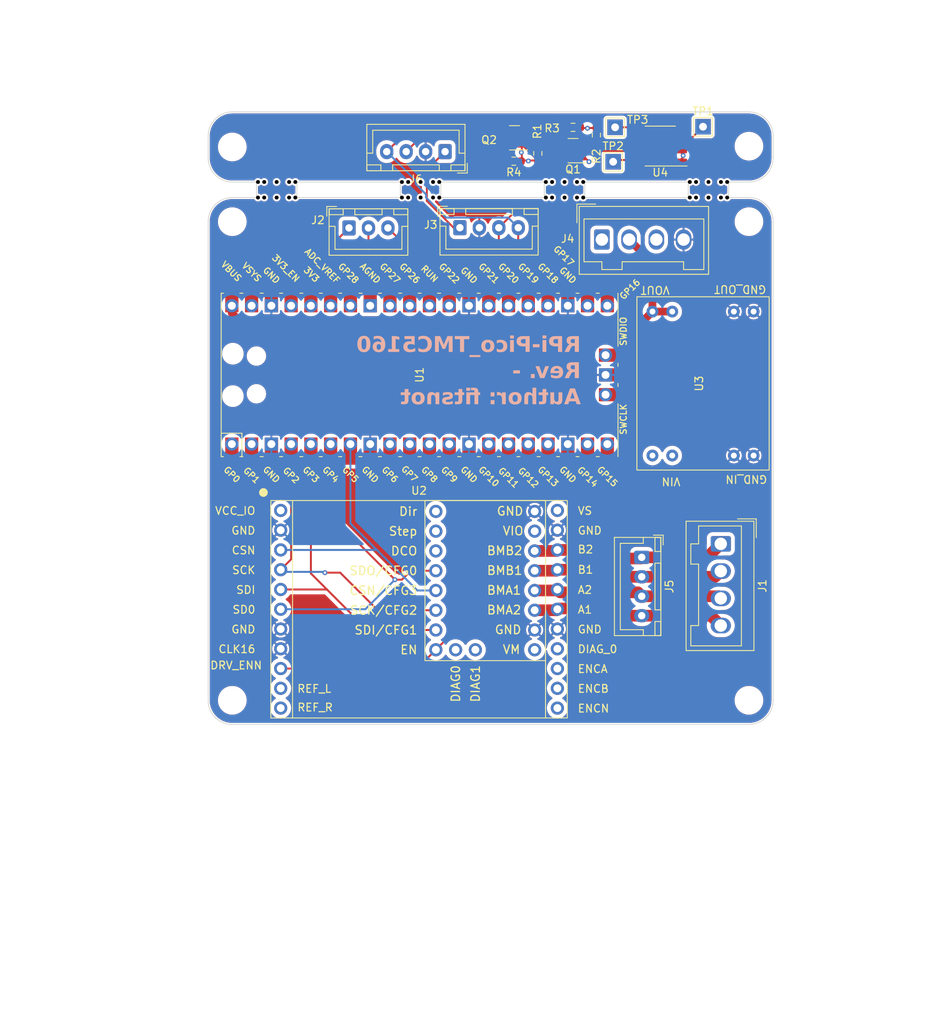
<source format=kicad_pcb>
(kicad_pcb (version 20221018) (generator pcbnew)
  (layers (0 "F.Cu" signal) (1 "In1.Cu" signal) (2 "In2.Cu" signal) (31 "B.Cu" signal) (34 "B.Paste" user) (35 "F.Paste" user) (36 "B.SilkS" user "B.Silkscreen") (37 "F.SilkS" user "F.Silkscreen") (38 "B.Mask" user) (39 "F.Mask" user) (44 "Edge.Cuts" user))
  (net 0 "")
  (net 1 "/M_B2")
  (net 2 "/M_B1")
  (net 3 "/M_A2")
  (net 4 "/M_A1")
  (net 5 "/A0")
  (net 6 "VDDA")
  (net 7 "GNDA")
  (net 8 "GND")
  (net 9 "/SCL_0")
  (net 10 "/SDA_0")
  (net 11 "+24V")
  (net 12 "+5V")
  (net 13 "+3V3")
  (net 16 "/SCK")
  (net 17 "/SDI")
  (net 18 "/SDO")
  (net 19 "/CSN")
  (net 25 "/DRV_ENN")
  (net 48 "Net-(Q1-S)")
  (net 49 "Net-(Q2-S)")
  (net 50 "Net-(U4-OUT)")
  (net 51 "Net-(U4-DIR)")
  (net 52 "Net-(U4-PGO)")
  (footprint "Connector_Wago:Wago_734-134_1x04_P3.50mm_Vertical" (layer "F.Cu") (at 159.28 80.6 -90)
    (fp_text reference "J1")
    (fp_text value "Conn_01x04")
  )
  (footprint "MountingHole:MountingHole_3.2mm_M3_ISO7380" (layer "F.Cu") (at 162.9 39.2)
    (fp_text reference "H2" hide)
    (fp_text value "MountingHole")
  )
  (footprint "TestPoint:TestPoint_THTPad_2.0x2.0mm_Drill1.0mm" (layer "F.Cu") (at 145.7 27.075 180)
    (fp_text reference "TP3")
    (fp_text value "TestPoint")
  )
  (footprint "project:MP1584_MOD" (layer "F.Cu") (at 157 60 90)
    (fp_text reference "U3")
    (fp_text value "MP1584")
  )
  (footprint "Connector_JST:JST_XH_B4B-XH-A_1x04_P2.50mm_Vertical" (layer "F.Cu") (at 149.12 82.33 -90)
    (fp_text reference "J5")
    (fp_text value "Conn_01x04")
  )
  (footprint "Resistor_SMD:R_0603_1608Metric_Pad0.98x0.95mm_HandSolder" (layer "F.Cu") (at 143.2925 28.075 -90)
    (fp_text reference "R2")
    (fp_text value "4k7")
  )
  (footprint "Connector_Wago:Wago_734-134_1x04_P3.50mm_Vertical" (layer "F.Cu") (at 144 41.5)
    (fp_text reference "J4")
    (fp_text value "Conn_01x04")
  )
  (footprint "Package_TO_SOT_SMD:SOT-23" (layer "F.Cu") (at 140.2925 30.075 180)
    (fp_text reference "Q1")
    (fp_text value "2N7002")
  )
  (footprint "MountingHole:MountingHole_3.2mm_M3_ISO7380" (layer "F.Cu") (at 162.9 100.7)
    (fp_text reference "H3" hide)
    (fp_text value "MountingHole")
  )
  (footprint "Resistor_SMD:R_0603_1608Metric_Pad0.98x0.95mm_HandSolder" (layer "F.Cu") (at 135.7675 30.425 90)
    (fp_text reference "R1")
    (fp_text value "4k7")
  )
  (footprint "project:Mousebite" (layer "F.Cu") (at 102.2 35.1)
    (fp_text reference "N1" hide)
    (fp_text value "Housing" hide)
    (fp_line (start -2.6 1) (end -2.6 -1) (stroke (width 0.1)) (layer "Edge.Cuts"))
    (fp_line (start 2.6 1) (end 2.6 -1) (stroke (width 0.1)) (layer "Edge.Cuts"))
  )
  (footprint "Connector_JST:JST_XH_B4B-XH-A_1x04_P2.50mm_Vertical" (layer "F.Cu") (at 125.75 39.975)
    (fp_text reference "J3")
    (fp_text value "Conn_01x04")
  )
  (footprint "project:Mousebite" (layer "F.Cu") (at 157.7 35.1)
    (fp_text reference "N4" hide)
    (fp_text value "Housing" hide)
    (fp_line (start -2.6 1) (end -2.6 -1) (stroke (width 0.1)) (layer "Edge.Cuts"))
    (fp_line (start 2.6 1) (end 2.6 -1) (stroke (width 0.1)) (layer "Edge.Cuts"))
  )
  (footprint "TestPoint:TestPoint_THTPad_2.0x2.0mm_Drill1.0mm" (layer "F.Cu") (at 157 27)
    (fp_text reference "TP1")
    (fp_text value "TestPoint")
  )
  (footprint "project:TMC5160-BOB" (layer "F.Cu") (at 120.5 89)
    (fp_text reference "U2")
    (fp_text value "~")
  )
  (footprint "Package_TO_SOT_SMD:SOT-23" (layer "F.Cu") (at 132.7675 28.425 180)
    (fp_text reference "Q2")
    (fp_text value "2N7002")
  )
  (footprint "project:Mousebite" (layer "F.Cu") (at 120.7 35.1)
    (fp_text reference "N2" hide)
    (fp_text value "Housing" hide)
    (fp_line (start -2.6 1) (end -2.6 -1) (stroke (width 0.1)) (layer "Edge.Cuts"))
    (fp_line (start 2.6 1) (end 2.6 -1) (stroke (width 0.1)) (layer "Edge.Cuts"))
  )
  (footprint "MountingHole:MountingHole_3.2mm_M3_ISO7380" (layer "F.Cu") (at 96.5 29.6)
    (fp_text reference "H5" hide)
    (fp_text value "MountingHole")
  )
  (footprint "Connector_JST:JST_XH_B3B-XH-A_1x03_P2.50mm_Vertical" (layer "F.Cu") (at 111.5 40)
    (fp_text reference "J2")
    (fp_text value "Conn_01x03")
  )
  (footprint "Connector_JST:JST_XH_B4B-XH-A_1x04_P2.50mm_Vertical" (layer "F.Cu") (at 123.847126 30.2 180)
    (fp_text reference "J6")
    (fp_text value "Conn_01x04")
  )
  (footprint "Resistor_SMD:R_0603_1608Metric_Pad0.98x0.95mm_HandSolder" (layer "F.Cu") (at 132.68 31.425 180)
    (fp_text reference "R4")
    (fp_text value "4k7")
  )
  (footprint "Resistor_SMD:R_0603_1608Metric_Pad0.98x0.95mm_HandSolder" (layer "F.Cu") (at 140.2925 27.075 180)
    (fp_text reference "R3")
    (fp_text value "4k7")
  )
  (footprint "MountingHole:MountingHole_3.2mm_M3_ISO7380" (layer "F.Cu") (at 162.9 29.5)
    (fp_text reference "H6" hide)
    (fp_text value "MountingHole")
  )
  (footprint "project:RPi_Pico_SMD_TH" (layer "F.Cu") (at 120.57 58.89 90)
    (fp_text reference "U1")
    (fp_text value "Pico")
  )
  (footprint "project:Mousebite" (layer "F.Cu") (at 139.2 35.1)
    (fp_text reference "N3" hide)
    (fp_text value "Housing" hide)
    (fp_line (start -2.6 1) (end -2.6 -1) (stroke (width 0.1)) (layer "Edge.Cuts"))
    (fp_line (start 2.6 1) (end 2.6 -1) (stroke (width 0.1)) (layer "Edge.Cuts"))
  )
  (footprint "MountingHole:MountingHole_3.2mm_M3_ISO7380" (layer "F.Cu") (at 96.5 39.2)
    (fp_text reference "H1" hide)
    (fp_text value "MountingHole")
  )
  (footprint "MountingHole:MountingHole_3.2mm_M3_ISO7380" (layer "F.Cu") (at 96.5 100.7)
    (fp_text reference "H4" hide)
    (fp_text value "MountingHole")
  )
  (footprint "TestPoint:TestPoint_THTPad_2.0x2.0mm_Drill1.0mm" (layer "F.Cu") (at 145.447126 31.5)
    (fp_text reference "TP2")
    (fp_text value "TestPoint")
  )
  (footprint "Package_SO:SOIC-8_3.9x4.9mm_P1.27mm" (layer "F.Cu") (at 151.5 29.4825 180)
    (fp_text reference "U4")
    (fp_text value "AS5600")
  )
  (gr_arc (start 162.9 25.1) (mid 165.092031 26.007969) (end 166 28.2) (stroke (width 0.1)) (layer "Edge.Cuts"))
  (gr_arc (start 162.9 36.1) (mid 165.092031 37.007969) (end 166 39.2) (stroke (width 0.1)) (layer "Edge.Cuts"))
  (gr_line (start 160.3 36.1) (end 162.9 36.1) (stroke (width 0.1)) (layer "Edge.Cuts"))
  (gr_line (start 166 39.2) (end 166 100.7) (stroke (width 0.1)) (layer "Edge.Cuts"))
  (gr_arc (start 93.4 39.2) (mid 94.307969 37.007969) (end 96.5 36.1) (stroke (width 0.1)) (layer "Edge.Cuts"))
  (gr_arc (start 96.5 103.8) (mid 94.307969 102.892031) (end 93.4 100.7) (stroke (width 0.1)) (layer "Edge.Cuts"))
  (gr_line (start 104.8 34.1) (end 118.1 34.1) (stroke (width 0.1)) (layer "Edge.Cuts"))
  (gr_line (start 93.4 28.2) (end 93.4 31) (stroke (width 0.1)) (layer "Edge.Cuts"))
  (gr_line (start 166 31) (end 166 28.2) (stroke (width 0.1)) (layer "Edge.Cuts"))
  (gr_line (start 93.4 100.7) (end 93.4 39.2) (stroke (width 0.1)) (layer "Edge.Cuts"))
  (gr_line (start 104.8 36.1) (end 118.1 36.1) (stroke (width 0.1)) (layer "Edge.Cuts"))
  (gr_line (start 96.5 34.1) (end 99.6 34.1) (stroke (width 0.1)) (layer "Edge.Cuts"))
  (gr_line (start 123.3 36.1) (end 136.6 36.1) (stroke (width 0.1)) (layer "Edge.Cuts"))
  (gr_arc (start 96.5 34.1) (mid 94.307969 33.192031) (end 93.4 31) (stroke (width 0.1)) (layer "Edge.Cuts"))
  (gr_arc (start 166 100.7) (mid 165.092031 102.892031) (end 162.9 103.8) (stroke (width 0.1)) (layer "Edge.Cuts"))
  (gr_line (start 162.9 25.1) (end 96.5 25.1) (stroke (width 0.1)) (layer "Edge.Cuts"))
  (gr_arc (start 166 31) (mid 165.092031 33.192031) (end 162.9 34.1) (stroke (width 0.1)) (layer "Edge.Cuts"))
  (gr_line (start 141.8 36.1) (end 155.1 36.1) (stroke (width 0.1)) (layer "Edge.Cuts"))
  (gr_line (start 162.9 103.8) (end 96.5 103.8) (stroke (width 0.1)) (layer "Edge.Cuts"))
  (gr_line (start 123.3 34.1) (end 136.6 34.1) (stroke (width 0.1)) (layer "Edge.Cuts"))
  (gr_arc (start 93.4 28.2) (mid 94.307969 26.007969) (end 96.5 25.1) (stroke (width 0.1)) (layer "Edge.Cuts"))
  (gr_line (start 99.6 36.1) (end 96.5 36.1) (stroke (width 0.1)) (layer "Edge.Cuts"))
  (gr_line (start 160.3 34.1) (end 162.9 34.1) (stroke (width 0.1)) (layer "Edge.Cuts"))
  (gr_line (start 141.8 34.1) (end 155.1 34.1) (stroke (width 0.1)) (layer "Edge.Cuts"))
  (gr_text "RPi-Pico_TMC5160\nRev. -\nAuthor: fitsnot" (at 141.3 63) (layer "B.SilkS") (effects (font (size 2 2) (thickness 0.4) bold) (justify left bottom mirror)))
  (segment (start 142.58 81.38) (end 143.68 82.48) (width 1.5) (layer "F.Cu") (net 1))
  (segment (start 135.359 81.507) (end 138.153 81.507) (width 1.5) (layer "F.Cu") (net 1))
  (segment (start 138.153 81.507) (end 138.28 81.38) (width 1.5) (layer "F.Cu") (net 1))
  (segment (start 157.55 82.33) (end 159.28 80.6) (width 1.5) (layer "F.Cu") (net 1))
  (segment (start 149.12 82.33) (end 157.55 82.33) (width 1.5) (layer "F.Cu") (net 1))
  (segment (start 148.97 82.48) (end 149.12 82.33) (width 1.5) (layer "F.Cu") (net 1))
  (segment (start 138.28 81.38) (end 142.58 81.38) (width 1.5) (layer "F.Cu") (net 1))
  (segment (start 143.68 82.48) (end 148.97 82.48) (width 1.5) (layer "F.Cu") (net 1))
  (segment (start 138.153 84.047) (end 138.28 83.92) (width 1.5) (layer "F.Cu") (net 2))
  (segment (start 142.02 83.92) (end 142.93 84.83) (width 1.5) (layer "F.Cu") (net 2))
  (segment (start 138.28 83.92) (end 142.02 83.92) (width 1.5) (layer "F.Cu") (net 2))
  (segment (start 149.12 84.83) (end 158.55 84.83) (width 1.5) (layer "F.Cu") (net 2))
  (segment (start 142.93 84.83) (end 149.12 84.83) (width 1.5) (layer "F.Cu") (net 2))
  (segment (start 158.55 84.83) (end 159.28 84.1) (width 1.5) (layer "F.Cu") (net 2))
  (segment (start 135.359 84.047) (end 138.153 84.047) (width 1.5) (layer "F.Cu") (net 2))
  (segment (start 138.153 86.587) (end 138.28 86.46) (width 1.5) (layer "F.Cu") (net 3))
  (segment (start 138.28 86.46) (end 138.65 86.83) (width 1.5) (layer "F.Cu") (net 3))
  (segment (start 138.65 86.83) (end 148.62 86.83) (width 1.5) (layer "F.Cu") (net 3))
  (segment (start 148.62 86.83) (end 149.12 87.33) (width 1.5) (layer "F.Cu") (net 3))
  (segment (start 135.359 86.587) (end 138.153 86.587) (width 1.5) (layer "F.Cu") (net 3))
  (segment (start 159.01 87.33) (end 159.28 87.6) (width 1.5) (layer "F.Cu") (net 3))
  (segment (start 149.12 87.33) (end 159.01 87.33) (width 1.5) (layer "F.Cu") (net 3))
  (segment (start 143.7 88.9) (end 144.63 89.83) (width 1.5) (layer "F.Cu") (net 4))
  (segment (start 138.28 89) (end 138.38 88.9) (width 1.5) (layer "F.Cu") (net 4))
  (segment (start 149.12 89.83) (end 158.01 89.83) (width 1.5) (layer "F.Cu") (net 4))
  (segment (start 135.359 89.127) (end 138.153 89.127) (width 1.5) (layer "F.Cu") (net 4))
  (segment (start 138.153 89.127) (end 138.28 89) (width 1.5) (layer "F.Cu") (net 4))
  (segment (start 158.01 89.83) (end 159.28 91.1) (width 1.5) (layer "F.Cu") (net 4))
  (segment (start 138.38 88.9) (end 143.7 88.9) (width 1.5) (layer "F.Cu") (net 4))
  (segment (start 144.63 89.83) (end 149.12 89.83) (width 1.5) (layer "F.Cu") (net 4))
  (segment (start 119.3 42.8) (end 116.5 40) (width 0.25) (layer "F.Cu") (net 5))
  (segment (start 119.3 50) (end 119.3 42.8) (width 0.25) (layer "F.Cu") (net 5))
  (segment (start 109.14 42.36) (end 111.5 40) (width 0.25) (layer "F.Cu") (net 6))
  (segment (start 109.14 50) (end 109.14 42.36) (width 0.25) (layer "F.Cu") (net 6))
  (segment (start 114 49.78) (end 114 40) (width 0.25) (layer "F.Cu") (net 7))
  (segment (start 114.22 50) (end 114 49.78) (width 0.25) (layer "F.Cu") (net 7))
  (segment (start 121.872126 27.175) (end 130.58 27.175) (width 0.25) (layer "F.Cu") (net 9))
  (segment (start 130.58 27.175) (end 131.83 28.425) (width 0.25) (layer "F.Cu") (net 9))
  (segment (start 118.847126 30.2) (end 121.872126 27.175) (width 0.25) (layer "F.Cu") (net 9))
  (segment (start 136.8 37.9) (end 132.825 37.9) (width 0.25) (layer "F.Cu") (net 9))
  (segment (start 129.46 50) (end 130.75 48.71) (width 0.25) (layer "F.Cu") (net 9))
  (segment (start 131.7675 31.425) (end 133.2425 32.9) (width 0.25) (layer "F.Cu") (net 9))
  (segment (start 131.7675 28.4875) (end 131.83 28.425) (width 0.25) (layer "F.Cu") (net 9))
  (segment (start 137.3 32.9) (end 138.229 33.829) (width 0.25) (layer "F.Cu") (net 9))
  (segment (start 138.229 33.829) (end 138.229 36.471) (width 0.25) (layer "F.Cu") (net 9))
  (segment (start 130.75 48.71) (end 130.75 39.975) (width 0.25) (layer "F.Cu") (net 9))
  (segment (start 138.229 36.471) (end 136.8 37.9) (width 0.25) (layer "F.Cu") (net 9))
  (segment (start 133.2425 32.9) (end 137.3 32.9) (width 0.25) (layer "F.Cu") (net 9))
  (segment (start 132.825 37.9) (end 130.75 39.975) (width 0.25) (layer "F.Cu") (net 9))
  (segment (start 131.7675 31.425) (end 131.7675 28.4875) (width 0.25) (layer "F.Cu") (net 9))
  (segment (start 138.48 26.175) (end 139.38 27.075) (width 0.25) (layer "F.Cu") (net 10))
  (segment (start 139.38 30.05) (end 139.38 27.075) (width 0.25) (layer "F.Cu") (net 10))
  (segment (start 139.355 30.075) (end 139.38 30.05) (width 0.25) (layer "F.Cu") (net 10))
  (segment (start 132 50) (end 133.25 48.75) (width 0.25) (layer "F.Cu") (net 10))
  (segment (start 120.372126 26.175) (end 138.48 26.175) (width 0.25) (layer "F.Cu") (net 10))
  (segment (start 116.347126 30.2) (end 120.372126 26.175) (width 0.25) (layer "F.Cu") (net 10))
  (segment (start 133.25 48.75) (end 133.25 39.975) (width 0.25) (layer "F.Cu") (net 10))
  (segment (start 120.071 34.36054) (end 120.071 33.923874) (width 0.25) (layer "B.Cu") (net 10))
  (segment (start 133.25 39.975) (end 131.95 38.675) (width 0.25) (layer "B.Cu") (net 10))
  (segment (start 123.98546 38.675) (end 121.4 36.08954) (width 0.25) (layer "B.Cu") (net 10))
  (segment (start 121.4 35.68954) (end 120.071 34.36054) (width 0.25) (layer "B.Cu") (net 10))
  (segment (start 131.95 38.675) (end 123.98546 38.675) (width 0.25) (layer "B.Cu") (net 10))
  (segment (start 121.4 36.08954) (end 121.4 35.68954) (width 0.25) (layer "B.Cu") (net 10))
  (segment (start 120.071 33.923874) (end 116.347126 30.2) (width 0.25) (layer "B.Cu") (net 10))
  (segment (start 96.44 50) (end 96.44 50.96) (width 1) (layer "F.Cu") (net 12))
  (segment (start 153.04 50.75) (end 150.5 50.75) (width 1) (layer "F.Cu") (net 12))
  (segment (start 150.5 44.5) (end 147.5 41.5) (width 1) (layer "F.Cu") (net 12))
  (segment (start 150.5 50.75) (end 150.5 44.5) (width 1) (layer "F.Cu") (net 12))
  (segment (start 98.58 53.1) (end 148.15 53.1) (width 1) (layer "F.Cu") (net 12))
  (segment (start 96.44 50.96) (end 98.58 53.1) (width 1) (layer "F.Cu") (net 12))
  (segment (start 148.15 53.1) (end 150.5 50.75) (width 1) (layer "F.Cu") (net 12))
  (segment (start 135.7675 31.3375) (end 134.609626 31.3375) (width 0.25) (layer "F.Cu") (net 13))
  (segment (start 142.147126 27.2) (end 142.109626 27.1625) (width 0.25) (layer "F.Cu") (net 13))
  (segment (start 154.447126 30.7) (end 154.447126 30.915374) (width 0.25) (layer "F.Cu") (net 13))
  (segment (start 141.2925 27.1625) (end 141.205 27.075) (width 0.25) (layer "F.Cu") (net 13))
  (segment (start 143.2925 27.1625) (end 142.184626 27.1625) (width 0.25) (layer "F.Cu") (net 13))
  (segment (start 141.23 31.025) (end 141.872126 31.025) (width 0.25) (layer "F.Cu") (net 13))
  (segment (start 133.705 30.357874) (end 133.705 31.3125) (width 0.25) (layer "F.Cu") (net 13))
  (segment (start 121.5 36.53154) (end 121.5 32.547126) (width 0.25) (layer "F.Cu") (net 13))
  (segment (start 134.609626 31.3375) (end 134.547126 31.4) (width 0.25) (layer "F.Cu") (net 13))
  (segment (start 153.975 30.1175) (end 154.447126 30.589626) (width 0.25) (layer "F.Cu") (net 13))
  (segment (start 142.109626 27.1625) (end 141.2925 27.1625) (width 0.25) (layer "F.Cu") (net 13))
  (segment (start 125.75 39.975) (end 124.94346 39.975) (width 0.25) (layer "F.Cu") (net 13))
  (segment (start 133.805 29.375) (end 133.705 29.375) (width 0.25) (layer "F.Cu") (net 13))
  (segment (start 135.7675 31.3375) (end 140.9175 31.3375) (width 0.25) (layer "F.Cu") (net 13))
  (segment (start 124.94346 39.975) (end 121.5 36.53154) (width 0.25) (layer "F.Cu") (net 13))
  (segment (start 134.484626 31.3375) (end 133.68 31.3375) (width 0.25) (layer "F.Cu") (net 13))
  (segment (start 154.447126 30.589626) (end 154.447126 30.7) (width 0.25) (layer "F.Cu") (net 13))
  (segment (start 133.705 29.375) (end 133.705 30.242126) (width 0.25) (layer "F.Cu") (net 13))
  (segment (start 133.705 31.3125) (end 133.68 31.3375) (width 0.25) (layer "F.Cu") (net 13))
  (segment (start 141.872126 31.025) (end 142.347126 31.5) (width 0.25) (layer "F.Cu") (net 13))
  (segment (start 142.184626 27.1625) (end 142.147126 27.2) (width 0.25) (layer "F.Cu") (net 13))
  (segment (start 133.647126 30.3) (end 133.705 30.357874) (width 0.25) (layer "F.Cu") (net 13))
  (segment (start 135.7675 31.3375) (end 133.805 29.375) (width 0.25) (layer "F.Cu") (net 13))
  (segment (start 121.5 32.547126) (end 123.847126 30.2) (width 0.25) (layer "F.Cu") (net 13))
  (segment (start 133.68 31.3375) (end 133.5925 31.425) (width 0.25) (layer "F.Cu") (net 13))
  (segment (start 134.547126 31.4) (end 134.484626 31.3375) (width 0.25) (layer "F.Cu") (net 13))
  (segment (start 140.9175 31.3375) (end 141.23 31.025) (width 0.25) (layer "F.Cu") (net 13))
  (segment (start 133.705 30.242126) (end 133.647126 30.3) (width 0.25) (layer "F.Cu") (net 13))
  (segment (start 154.447126 30.915374) (end 153.975 31.3875) (width 0.25) (layer "F.Cu") (net 13))
  (via (at 133.647126 30.3) (size 0.62) (drill 0.3) (layers "F.Cu" "B.Cu") (net 13))
  (via (at 154.447126 30.7) (size 0.62) (drill 0.3) (layers "F.Cu" "B.Cu") (net 13))
  (via (at 142.147126 27.2) (size 0.62) (drill 0.3) (layers "F.Cu" "B.Cu") (net 13))
  (via (at 134.547126 31.4) (size 0.62) (drill 0.3) (layers "F.Cu" "B.Cu") (net 13))
  (via (at 142.347126 31.5) (size 0.62) (drill 0.3) (layers "F.Cu" "B.Cu") (net 13))
  (segment (start 108.4 84.3) (end 110.3655 84.3) (width 0.25) (layer "F.Cu") (net 16))
  (segment (start 104.06 67.78) (end 104.06 82.58) (width 0.25) (layer "F.Cu") (net 16))
  (segment (start 110.3655 84.3) (end 115.1925 89.127) (width 0.25) (layer "F.Cu") (net 16))
  (segment (start 115.1925 89.127) (end 122.659 89.127) (width 0.25) (layer "F.Cu") (net 16))
  (segment (start 104.06 82.58) (end 102.72 83.92) (width 0.25) (layer "F.Cu") (net 16))
  (via (at 108.4 84.3) (size 0.62) (drill 0.3) (layers "F.Cu" "B.Cu") (net 16))
  (segment (start 108.3 84.2) (end 103 84.2) (width 0.25) (layer "B.Cu") (net 16))
  (segment (start 108.4 84.3) (end 108.3 84.2) (width 0.25) (layer "B.Cu") (net 16))
  (segment (start 103 84.2) (end 102.72 83.92) (width 0.25) (layer "B.Cu") (net 16))
  (segment (start 106.6 84.4) (end 108.66 86.46) (width 0.25) (layer "F.Cu") (net 17))
  (segment (start 106.6 67.78) (end 106.6 84.4) (width 0.25) (layer "F.Cu") (net 17))
  (segment (start 102.72 86.46) (end 108.66 86.46) (width 0.25) (layer "F.Cu") (net 17))
  (segment (start 113.867 91.667) (end 122.659 91.667) (width 0.25) (layer "F.Cu") (net 17))
  (segment (start 108.66 86.46) (end 113.867 91.667) (width 0.25) (layer "F.Cu") (net 17))
  (segment (start 118.294 85.2) (end 117.4 85.2) (width 0.25) (layer "F.Cu") (net 18))
  (segment (start 109.14 76.94) (end 117.4 85.2) (width 0.25) (layer "F.Cu") (net 18))
  (segment (start 119.447 84.047) (end 118.294 85.2) (width 0.25) (layer "F.Cu") (net 18))
  (segment (start 122.659 84.047) (end 119.447 84.047) (width 0.25) (layer "F.Cu") (net 18))
  (segment (start 109.14 67.78) (end 109.14 76.94) (width 0.25) (layer "F.Cu") (net 18))
  (via (at 117.4 85.2) (size 0.62) (drill 0.3) (layers "F.Cu" "B.Cu") (net 18))
  (segment (start 113.6 89) (end 117.4 85.2) (width 0.25) (layer "B.Cu") (net 18))
  (segment (start 102.72 89) (end 113.6 89) (width 0.25) (layer "B.Cu") (net 18))
  (segment (start 102.72 81.38) (end 115.08 81.38) (width 0.25) (layer "B.Cu") (net 19))
  (segment (start 120.287 86.587) (end 122.659 86.587) (width 0.25) (layer "B.Cu") (net 19))
  (segment (start 115.08 81.38) (end 120.287 86.587) (width 0.25) (layer "B.Cu") (net 19))
  (segment (start 111.68 77.98) (end 115.08 81.38) (width 0.25) (layer "B.Cu") (net 19))
  (segment (start 111.68 67.78) (end 111.68 77.98) (width 0.25) (layer "B.Cu") (net 19))
  (segment (start 120.246 96.62) (end 102.72 96.62) (width 0.25) (layer "F.Cu") (net 25))
  (segment (start 132 84.866) (end 132 67.78) (width 0.25) (layer "F.Cu") (net 25))
  (segment (start 122.659 94.207) (end 132 84.866) (width 0.25) (layer "F.Cu") (net 25))
  (segment (start 122.659 94.207) (end 120.246 96.62) (width 0.25) (layer "F.Cu") (net 25))
  (segment (start 148.885 28.9875) (end 143.2925 28.9875) (width 0.25) (layer "F.Cu") (net 48))
  (segment (start 141.3675 28.9875) (end 141.23 29.125) (width 0.25) (layer "F.Cu") (net 48))
  (segment (start 149.025 28.8475) (end 148.885 28.9875) (width 0.25) (layer "F.Cu") (net 48))
  (segment (start 143.2925 28.9875) (end 141.3675 28.9875) (width 0.25) (layer "F.Cu") (net 48))
  (segment (start 135.7675 29.5125) (end 135.7425 29.5125) (width 0.25) (layer "F.Cu") (net 49))
  (segment (start 140.721751 30.1175) (end 140.139251 30.7) (width 0.25) (layer "F.Cu") (net 49))
  (segment (start 135.7425 29.5125) (end 133.705 27.475) (width 0.25) (layer "F.Cu") (net 49))
  (segment (start 136.955 30.7) (end 135.7675 29.5125) (width 0.25) (layer "F.Cu") (net 49))
  (segment (start 149.025 30.1175) (end 140.721751 30.1175) (width 0.25) (layer "F.Cu") (net 49))
  (segment (start 140.139251 30.7) (end 136.955 30.7) (width 0.25) (layer "F.Cu") (net 49))
  (segment (start 153.975 28.8475) (end 155.1525 28.8475) (width 0.25) (layer "F.Cu") (net 50))
  (segment (start 155.1525 28.8475) (end 157 27) (width 0.25) (layer "F.Cu") (net 50))
  (segment (start 148.9125 31.275) (end 149.025 31.3875) (width 0.25) (layer "F.Cu") (net 51))
  (segment (start 145.672126 31.275) (end 148.9125 31.275) (width 0.25) (layer "F.Cu") (net 51))
  (segment (start 145.447126 31.5) (end 145.672126 31.275) (width 0.25) (layer "F.Cu") (net 51))
  (segment (start 148.5225 27.075) (end 149.025 27.5775) (width 0.25) (layer "F.Cu") (net 52))
  (segment (start 145.7 27.075) (end 148.5225 27.075) (width 0.25) (layer "F.Cu") (net 52))
  (zone (net 8) (net_name "GND") (layers "F&B.Cu") (connect_pads thru_hole_only (clearance 0.5)) (min_thickness 0.25) (fill yes (thermal_gap 0.254) (thermal_bridge_width 0.254))
    (polygon (pts (xy 88.142683 18.815854) (xy 173.892683 20.815854) (xy 175.642683 129.315854) (xy 80.142683 120.565854)))
  )
)
</source>
